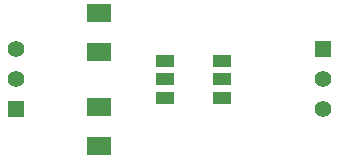
<source format=gts>
G04 (created by PCBNEW (2013-07-07 BZR 4022)-stable) date 2014-02-06 11:32:22 PM*
%MOIN*%
G04 Gerber Fmt 3.4, Leading zero omitted, Abs format*
%FSLAX34Y34*%
G01*
G70*
G90*
G04 APERTURE LIST*
%ADD10C,0.00590551*%
%ADD11R,0.0590551X0.0393701*%
%ADD12R,0.08X0.06*%
%ADD13R,0.055X0.055*%
%ADD14C,0.055*%
G04 APERTURE END LIST*
G54D10*
G54D11*
X15570Y-15984D03*
X15570Y-14724D03*
X15570Y-15354D03*
X17500Y-14724D03*
X17500Y-15354D03*
X17500Y-15984D03*
G54D12*
X13385Y-14429D03*
X13385Y-13129D03*
X13385Y-16279D03*
X13385Y-17579D03*
G54D13*
X10629Y-16354D03*
G54D14*
X10629Y-15354D03*
X10629Y-14354D03*
G54D13*
X20866Y-14354D03*
G54D14*
X20866Y-15354D03*
X20866Y-16354D03*
M02*

</source>
